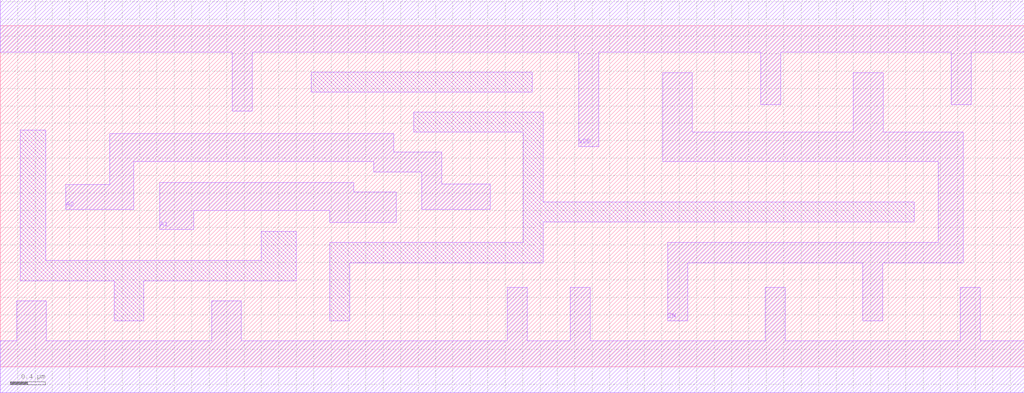
<source format=lef>
# Copyright 2022 GlobalFoundries PDK Authors
#
# Licensed under the Apache License, Version 2.0 (the "License");
# you may not use this file except in compliance with the License.
# You may obtain a copy of the License at
#
#      http://www.apache.org/licenses/LICENSE-2.0
#
# Unless required by applicable law or agreed to in writing, software
# distributed under the License is distributed on an "AS IS" BASIS,
# WITHOUT WARRANTIES OR CONDITIONS OF ANY KIND, either express or implied.
# See the License for the specific language governing permissions and
# limitations under the License.

MACRO gf180mcu_fd_sc_mcu7t5v0__xnor2_4
  CLASS core ;
  FOREIGN gf180mcu_fd_sc_mcu7t5v0__xnor2_4 0.0 0.0 ;
  ORIGIN 0 0 ;
  SYMMETRY X Y ;
  SITE GF018hv5v_mcu_sc7 ;
  SIZE 11.76 BY 3.92 ;
  PIN A1
    DIRECTION INPUT ;
    ANTENNAGATEAREA 1.498 ;
    PORT
      LAYER Metal1 ;
        POLYGON 1.83 1.58 2.225 1.58 2.225 1.795 3.4 1.795 3.785 1.795 3.785 1.66 4.55 1.66 4.55 2.01 4.06 2.01 4.06 2.12 3.4 2.12 1.83 2.12  ;
    END
  END A1
  PIN A2
    DIRECTION INPUT ;
    ANTENNAGATEAREA 1.498 ;
    PORT
      LAYER Metal1 ;
        POLYGON 0.755 1.81 1.535 1.81 1.535 2.36 3.4 2.36 4.29 2.36 4.29 2.24 4.84 2.24 4.84 1.81 5.63 1.81 5.63 2.1 5.07 2.1 5.07 2.47 4.52 2.47 4.52 2.68 3.4 2.68 1.26 2.68 1.26 2.095 0.755 2.095  ;
    END
  END A2
  PIN ZN
    DIRECTION OUTPUT ;
    ANTENNADIFFAREA 2.2436 ;
    PORT
      LAYER Metal1 ;
        POLYGON 7.61 2.36 10.5 2.36 10.775 2.36 10.775 1.43 7.665 1.43 7.665 0.53 7.895 0.53 7.895 1.195 9.905 1.195 9.905 0.53 10.135 0.53 10.135 1.195 11.06 1.195 11.06 2.7 10.5 2.7 10.14 2.7 10.14 3.38 9.8 3.38 9.8 2.7 7.95 2.7 7.95 3.38 7.61 3.38  ;
    END
  END ZN
  PIN VDD
    DIRECTION INOUT ;
    USE power ;
    SHAPE ABUTMENT ;
    PORT
      LAYER Metal1 ;
        POLYGON 0 3.62 2.665 3.62 2.665 2.94 2.895 2.94 2.895 3.62 3.4 3.62 6.11 3.62 6.645 3.62 6.645 2.53 6.875 2.53 6.875 3.62 8.735 3.62 8.735 3.015 8.965 3.015 8.965 3.62 10.5 3.62 10.925 3.62 10.925 3.015 11.155 3.015 11.155 3.62 11.76 3.62 11.76 4.22 10.5 4.22 6.11 4.22 3.4 4.22 0 4.22  ;
    END
  END VDD
  PIN VSS
    DIRECTION INOUT ;
    USE ground ;
    SHAPE ABUTMENT ;
    PORT
      LAYER Metal1 ;
        POLYGON 0 -0.3 11.76 -0.3 11.76 0.3 11.255 0.3 11.255 0.915 11.025 0.915 11.025 0.3 9.015 0.3 9.015 0.915 8.785 0.915 8.785 0.3 6.775 0.3 6.775 0.915 6.545 0.915 6.545 0.3 6.055 0.3 6.055 0.915 5.825 0.915 5.825 0.3 2.77 0.3 2.77 0.76 2.43 0.76 2.43 0.3 0.53 0.3 0.53 0.76 0.19 0.76 0.19 0.3 0 0.3  ;
    END
  END VSS
  OBS
      LAYER Metal1 ;
        POLYGON 0.23 0.99 1.31 0.99 1.31 0.53 1.65 0.53 1.65 0.99 3.4 0.99 3.4 1.555 3 1.555 3 1.225 0.525 1.225 0.525 2.72 0.23 2.72  ;
        POLYGON 3.575 3.16 6.11 3.16 6.11 3.39 3.575 3.39  ;
        POLYGON 4.75 2.7 6.01 2.7 6.01 1.43 3.785 1.43 3.785 0.53 4.015 0.53 4.015 1.195 6.24 1.195 6.24 1.665 10.5 1.665 10.5 1.895 6.24 1.895 6.24 2.93 4.75 2.93  ;
  END
END gf180mcu_fd_sc_mcu7t5v0__xnor2_4

</source>
